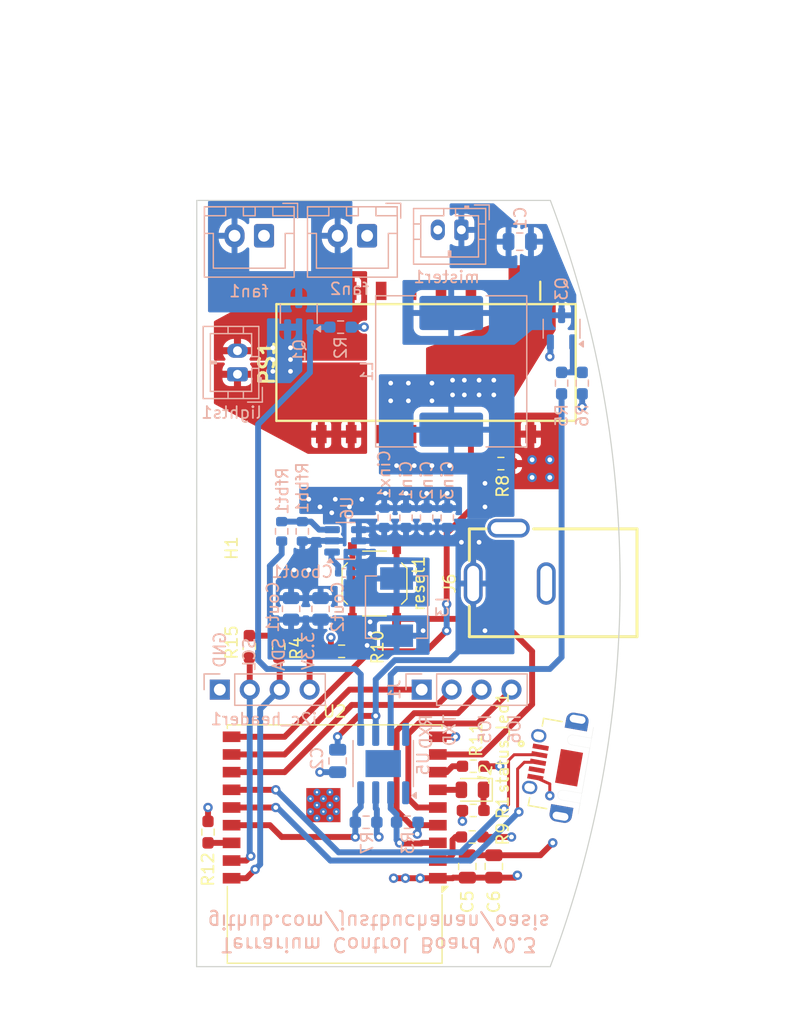
<source format=kicad_pcb>
(kicad_pcb (version 20241229) (generator "pcbnew") (generator_version "9.0")
  (title_block (title "Terrarium Control Board") (date "2025-03-11") (rev "mar-2025") (company "Justin Buchanan"))
  (layers (0 "F.Cu" signal) (4 "In1.Cu" signal) (6 "In2.Cu" signal) (2 "B.Cu" signal) (13 "F.Paste" user) (15 "B.Paste" user) (5 "F.SilkS" user "F.Silkscreen") (7 "B.SilkS" user "B.Silkscreen") (1 "F.Mask" user) (3 "B.Mask" user) (25 "Edge.Cuts" user))
  (net 0 "")
  (net 1 "GND")
  (net 2 "Net-(status_led1-K)")
  (net 12 "Net-(Q3-D)")
  (net 13 "Net-(mister1-Pin_1)")
  (net 14 "Net-(U6-SW)")
  (net 15 "Net-(U6-CB)")
  (net 16 "Net-(U6-FB)")
  (net 17 "Net-(J1-Pin_4)")
  (net 18 "Net-(Q1-D)")
  (net 19 "/fan1_ctl")
  (net 20 "+3.3V")
  (net 21 "/mist_ctl")
  (net 22 "Net-(Q3-G)")
  (net 23 "+18V")
  (net 24 "/led_ctl")
  (net 25 "/usb_dminus")
  (net 26 "/usb_dplus")
  (net 27 "Net-(R10-Pad2)")
  (net 28 "Net-(J1-Pin_3)")
  (net 29 "Net-(Q1-G)")
  (net 32 "Net-(U2-IO9)")
  (net 33 "/i2c_sda")
  (net 34 "/i2c_scl")
  (net 35 "/RXD")
  (net 36 "/TXD")
  (net 37 "Net-(U2-EN)")
  (net 38 "Net-(U2-IO8)")
  (net 39 "Net-(U2-IO2)")
  (net 40 "Net-(U2-IO7)")
  (net 41 "/led_N")
  (net 42 "/led_P")
  (net 43 "Net-(U5-OUTA)")
  (footprint "Capacitor_SMD:C_0805_2012Metric" (layer "F.Cu") (at 105 124 90)
    (property "Reference" "C5")
    (property "Value" "10uF")
  )
  (footprint "Resistor_SMD:R_0603_1608Metric_Pad0.98x0.95mm_HandSolder" (layer "F.Cu") (at 86.5 105.3375 -90)
    (property "Reference" "R15")
    (property "Value" "4.7k")
  )
  (footprint "Capacitor_SMD:C_0805_2012Metric" (layer "F.Cu") (at 107.25 124 90)
    (property "Reference" "C6")
    (property "Value" ".1uF")
  )
  (footprint "Resistor_SMD:R_0603_1608Metric_Pad0.98x0.95mm_HandSolder" (layer "F.Cu") (at 89 105.3375 -90)
    (property "Reference" "R4")
    (property "Value" "4.7k")
  )
  (footprint "LDD-700LS-SOP254P1280X930-16N:LDD-700LS-SOP254P1280X930-16N" (layer "F.Cu") (at 101.5 81.25 -90)
    (property "Reference" "PS1")
    (property "Value" "LDD-700LS" (hide yes))
  )
  (footprint "RF_Module:ESP32-C3-WROOM-02" (layer "F.Cu") (at 93.75 119 180)
    (property "Reference" "U2")
    (property "Value" "ESP32-C3-WROOM-02")
  )
  (footprint "Resistor_SMD:R_0603_1608Metric_Pad0.98x0.95mm_HandSolder" (layer "F.Cu") (at 94.3375 105.75)
    (property "Reference" "R10")
    (property "Value" "10k")
  )
  (footprint "Resistor_SMD:R_0603_1608Metric_Pad0.98x0.95mm_HandSolder" (layer "F.Cu") (at 105.4125 121.5 180)
    (property "Reference" "R9")
    (property "Value" "10k" (hide yes))
  )
  (footprint "Resistor_SMD:R_0603_1608Metric_Pad0.98x0.95mm_HandSolder" (layer "F.Cu") (at 107.85 89.825)
    (property "Reference" "R8")
    (property "Value" "10k")
  )
  (footprint "Resistor_SMD:R_0603_1608Metric_Pad0.98x0.95mm_HandSolder" (layer "F.Cu") (at 105.5 115.5 180)
    (property "Reference" "R11")
    (property "Value" "10k")
  )
  (footprint "LED_SMD:LED_0805_2012Metric" (layer "F.Cu") (at 105.4375 117.5 180)
    (property "Reference" "status_led1")
    (property "Value" "LED")
  )
  (footprint "Button_Switch_SMD:SW_Push_1P1T_XKB_TS-1187A" (layer "F.Cu") (at 97.125 100 -90)
    (property "Reference" "reset1")
    (property "Value" "SW_Push")
  )
  (footprint "MountingHole:MountingHole_3.2mm_M3" (layer "F.Cu") (at 85 100)
    (property "Reference" "H1")
    (property "Value" "MountingHole")
  )
  (footprint "lib:MOLEX_47590-0001" (layer "F.Cu") (at 113.633 115.628 80)
    (property "Reference" "J2")
    (property "Value" "USB_B_Micro")
    (fp_line (start -1.95 -0.125) (end -1.95 1.45) (stroke (width 0.01)) (layer "Edge.Cuts"))
    (fp_line (start 2.8 -0.125) (end 2.8 1.45) (stroke (width 0.01)) (layer "Edge.Cuts"))
    (fp_line (start -3.75 1.45) (end -2.8 1.45) (stroke (width 0.01)) (layer "Edge.Cuts"))
    (fp_line (start -2.8 1.45) (end -2.8 -0.125) (stroke (width 0.01)) (layer "Edge.Cuts"))
    (fp_line (start -1.95 1.45) (end 1.95 1.45) (stroke (width 0.01)) (layer "Edge.Cuts"))
    (fp_line (start 1.95 1.45) (end 1.95 -0.125) (stroke (width 0.01)) (layer "Edge.Cuts"))
    (fp_line (start 2.8 1.45) (end 3.75 1.45) (stroke (width 0.01)) (layer "Edge.Cuts"))
    (fp_line (start 3.75 1.45) (end -3.75 1.45) (stroke (width 0.01)) (layer "Edge.Cuts"))
    (fp_arc (start -2.375 -0.55) (mid -2.074479 -0.425521) (end -1.95 -0.125) (stroke (width 0.01)) (layer "Edge.Cuts"))
    (fp_arc (start -2.8 -0.125) (mid -2.675521 -0.42552) (end -2.375 -0.55) (stroke (width 0.01)) (layer "Edge.Cuts"))
    (fp_arc (start 2.375 -0.55) (mid 2.67552 -0.42552) (end 2.8 -0.125) (stroke (width 0.01)) (layer "Edge.Cuts"))
    (fp_arc (start 1.95 -0.125) (mid 2.074479 -0.42552) (end 2.375 -0.55) (stroke (width 0.01)) (layer "Edge.Cuts"))
  )
  (footprint "lib:DC-IN-TH_XDJK-0051-025_JLC_C7498153" (layer "F.Cu") (at 108.6 97.65 180)
    (property "Reference" "J6")
    (property "Value" "Barrel_Jack_MountingPin")
  )
  (footprint "Resistor_SMD:R_0603_1608Metric_Pad0.98x0.95mm_HandSolder" (layer "F.Cu") (at 83 121.0875 90)
    (property "Reference" "R12")
    (property "Value" "10k" (hide yes))
  )
  (footprint "Resistor_SMD:R_0603_1608Metric_Pad0.98x0.95mm_HandSolder" (layer "F.Cu") (at 105.5 119.25)
    (property "Reference" "R1")
    (property "Value" "470")
  )
  (footprint "Capacitor_SMD:C_0805_2012Metric" (layer "B.Cu") (at 94 115.05 -90)
    (property "Reference" "C2")
    (property "Value" ".1uF")
  )
  (footprint "Package_TO_SOT_SMD:SOT-23-6" (layer "B.Cu") (at 94.662501 96.379999)
    (property "Reference" "U6")
    (property "Value" "LMR54406DBVR")
  )
  (footprint "Resistor_SMD:R_0603_1608Metric_Pad0.98x0.95mm_HandSolder" (layer "B.Cu") (at 113 83 90)
    (property "Reference" "R6")
    (property "Value" "10")
  )
  (footprint "Resistor_SMD:R_0603_1608Metric" (layer "B.Cu") (at 97.950003 94.424998 90)
    (property "Reference" "Cinx1")
    (property "Value" "100nF")
  )
  (footprint "lib:SOT-23-3-pinswapped-mosfet" (layer "B.Cu") (at 90.7 77.1125 90)
    (property "Reference" "Q1")
    (property "Value" "Q_NMOS_GDS")
  )
  (footprint "Resistor_SMD:R_0603_1608Metric" (layer "B.Cu") (at 89.25 95.575 90)
    (property "Reference" "Rfbt1")
    (property "Value" "69.8k")
  )
  (footprint "Resistor_SMD:R_0805_2012Metric" (layer "B.Cu") (at 92.550001 102.15 90)
    (property "Reference" "Cout2")
    (property "Value" "10uF")
  )
  (footprint "Connector_JST:JST_XH_B2B-XH-A_1x02_P2.50mm_Vertical" (layer "B.Cu") (at 96.5 70.5 180)
    (property "Reference" "fan2")
    (property "Value" "Conn_01x02")
  )
  (footprint "Package_SO:SOIC-8-1EP_3.9x4.9mm_P1.27mm_EP2.29x3mm" (layer "B.Cu") (at 97.865 115.275 90)
    (property "Reference" "U5")
    (property "Value" "IX4427N")
  )
  (footprint "Resistor_SMD:R_0603_1608Metric" (layer "B.Cu") (at 103.300001 94.424999 90)
    (property "Reference" "Cin3")
    (property "Value" "1uF")
  )
  (footprint "Connector_PinHeader_2.54mm:PinHeader_1x04_P2.54mm_Vertical" (layer "B.Cu") (at 101.13 109 -90)
    (property "Reference" "J1")
    (property "Value" "Conn_01x04")
  )
  (footprint "Resistor_SMD:R_0603_1608Metric" (layer "B.Cu") (at 91 95.575 -90)
    (property "Reference" "Rfbb1")
    (property "Value" "22.1k")
  )
  (footprint "Resistor_SMD:R_0603_1608Metric_Pad0.98x0.95mm_HandSolder" (layer "B.Cu") (at 96.4125 120.25)
    (property "Reference" "R7")
    (property "Value" "10k")
  )
  (footprint "Connector_PinHeader_2.54mm:PinHeader_1x04_P2.54mm_Vertical" (layer "B.Cu") (at 84 109 -90)
    (property "Reference" "i2c_header1")
    (property "Value" "Conn_01x04")
  )
  (footprint "Inductor_SMD:L_SXN_SMDRI127" (layer "B.Cu") (at 103.6375 82 -90)
    (property "Reference" "L1")
    (property "Value" "330uH")
  )
  (footprint "Capacitor_SMD:C_0402_1005Metric" (layer "B.Cu") (at 94.530001 99.099999 180)
    (property "Reference" "Cboot1")
    (property "Value" "100nF")
  )
  (footprint "Connector_JST:JST_XH_B2B-XH-A_1x02_P2.50mm_Vertical" (layer "B.Cu") (at 87.75 70.5 180)
    (property "Reference" "fan1")
    (property "Value" "Conn_01x02")
  )
  (footprint "Resistor_SMD:R_0603_1608Metric" (layer "B.Cu") (at 99.800001 94.424998 90)
    (property "Reference" "Cin1")
    (property "Value" "1uF")
  )
  (footprint "Resistor_SMD:R_0603_1608Metric_Pad0.98x0.95mm_HandSolder" (layer "B.Cu") (at 114.75 83 -90)
    (property "Reference" "R5")
    (property "Value" "10k")
  )
  (footprint "lib:SOT-23-3-pinswapped-mosfet" (layer "B.Cu") (at 113 78.3875 90)
    (property "Reference" "Q3")
    (property "Value" "Q_NMOS_GDS")
  )
  (footprint "Inductor_SMD:L_Vishay_IHLP-2020" (layer "B.Cu") (at 99 102 -90)
    (property "Reference" "L3")
    (property "Value" "10uH")
  )
  (footprint "Resistor_SMD:R_0603_1608Metric_Pad0.98x0.95mm_HandSolder" (layer "B.Cu") (at 99.9125 120.25)
    (property "Reference" "R3")
    (property "Value" "10k")
  )
  (footprint "Capacitor_SMD:C_0805_2012Metric" (layer "B.Cu") (at 109.45 71 180)
    (property "Reference" "C1")
    (property "Value" ".1uF")
  )
  (footprint "Resistor_SMD:R_0603_1608Metric" (layer "B.Cu") (at 101.550001 94.424998 90)
    (property "Reference" "Cin2")
    (property "Value" "1uF")
  )
  (footprint "Connector_JST:JST_PH_B2B-PH-K_1x02_P2.00mm_Vertical" (layer "B.Cu") (at 104.5 70 180)
    (property "Reference" "mister1")
    (property "Value" "Conn_01x02" (hide yes))
  )
  (footprint "Resistor_SMD:R_0603_1608Metric_Pad0.98x0.95mm_HandSolder" (layer "B.Cu") (at 94.25 78.25)
    (property "Reference" "R2")
    (property "Value" "10k")
  )
  (footprint "Connector_JST:JST_PH_B2B-PH-K_1x02_P2.00mm_Vertical" (layer "B.Cu") (at 85.5 82.25 90)
    (property "Reference" "lights1")
    (property "Value" "Conn_01x02")
  )
  (footprint "Resistor_SMD:R_0805_2012Metric" (layer "B.Cu") (at 90.050001 102.15 90)
    (property "Reference" "Cout1")
    (property "Value" "10uF")
  )
  (gr_line (start 112.046 67.5) (end 82.046 67.5) (stroke (width 0.1)) (layer "Edge.Cuts"))
  (gr_line (start 112.034 132.499991) (end 82.034 132.499991) (stroke (width 0.1)) (layer "Edge.Cuts"))
  (gr_line (start 82.034 132.499991) (end 82.046 67.5) (stroke (width 0.1)) (layer "Edge.Cuts"))
  (gr_arc (start 112.046 67.5) (mid 117.966 100) (end 112.034 132.5) (stroke (width 0.1)) (layer "Edge.Cuts"))
  (gr_text "IO6" (at 109 111 90) (layer "B.SilkS") (effects (font (size 1 1)) (justify left mirror)))
  (gr_text "3.3V" (at 91.5 104 90) (layer "B.SilkS") (effects (font (size 1 1)) (justify left mirror)))
  (gr_text "SDA" (at 89 104.5 90) (layer "B.SilkS") (effects (font (size 1 1)) (justify left mirror)))
  (gr_text "Terrarium Control Board v0.3\ngithub.com/justbuchanan/oasis" (at 97.5 128 180) (layer "B.SilkS") (effects (font (size 1.2 1.2) (thickness 0.18)) (justify bottom mirror)))
  (gr_text "TXD" (at 103.5 111 90) (layer "B.SilkS") (effects (font (size 1 1)) (justify left mirror)))
  (gr_text "SCL" (at 86.5 104.5 90) (layer "B.SilkS") (effects (font (size 1 1)) (justify left mirror)))
  (gr_text "RXD" (at 101.5 111 90) (layer "B.SilkS") (effects (font (size 1 1)) (justify left mirror)))
  (gr_text "GND" (at 84 104 90) (layer "B.SilkS") (effects (font (size 1 1)) (justify left mirror)))
  (gr_text "IO5" (at 106.5 111 90) (layer "B.SilkS") (effects (font (size 1 1)) (justify left mirror)))
  (segment (start 93.425 105.75) (end 93.425 104.575) (width 0.5) (layer "F.Cu") (net 1))
  (segment (start 105 123.05) (end 107.25 123.05) (width 0.5) (layer "F.Cu") (net 1))
  (segment (start 104.5875 119.25) (end 104.5875 120.1625) (width 0.5) (layer "F.Cu") (net 1))
  (segment (start 112 117) (end 110.772897 116.443741) (width 0.25) (layer "F.Cu") (net 1))
  (segment (start 111.2 123.05) (end 112.25 122) (width 0.5) (layer "F.Cu") (net 1))
  (segment (start 102.5 113) (end 104 113) (width 0.5) (layer "F.Cu") (net 1))
  (segment (start 107.25 123.05) (end 111.2 123.05) (width 0.5) (layer "F.Cu") (net 1))
  (segment (start 112 118) (end 112 117) (width 0.25) (layer "F.Cu") (net 1))
  (via (at 103.300001 92.349999) (size 0.8) (drill 0.4) (layers "F.Cu" "B.Cu") (net 1))
  (via (at 100.75 121.25) (size 0.8) (drill 0.4) (layers "F.Cu" "B.Cu") (net 1))
  (via (at 90 80) (size 0.8) (drill 0.4) (layers "F.Cu" "B.Cu") (net 1))
  (via (at 99.800001 92.349999) (size 0.8) (drill 0.4) (layers "F.Cu" "B.Cu") (net 1))
  (via (at 110.5 89.5) (size 0.8) (drill 0.4) (layers "F.Cu" "B.Cu") (net 1))
  (via (at 91.550001 98.849999) (size 0.8) (drill 0.4) (layers "F.Cu" "B.Cu") (net 1))
  (via (at 88.5 81) (size 0.8) (drill 0.4) (layers "F.Cu" "B.Cu") (net 1))
  (via (at 112 118) (size 0.8) (drill 0.4) (layers "F.Cu" "B.Cu") (net 1))
  (via (at 96.050001 92.849999) (size 0.8) (drill 0.4) (layers "F.Cu" "B.Cu") (net 1))
  (via (at 90 82) (size 0.8) (drill 0.4) (layers "F.Cu" "B.Cu") (net 1))
  (via (at 112 89.5) (size 0.8) (drill 0.4) (layers "F.Cu" "B.Cu") (net 1))
  (via (at 90 81) (size 0.8) (drill 0.4) (layers "F.Cu" "B.Cu") (net 1))
  (via (at 95 93.5) (size 0.8) (drill 0.4) (layers "F.Cu" "B.Cu") (net 1))
  (via (at 104 113) (size 0.8) (drill 0.4) (layers "F.Cu" "B.Cu") (net 1))
  (via (at 93.800001 92.849999) (size 0.8) (drill 0.4) (layers "F.Cu" "B.Cu") (net 1))
  (via (at 97.5 121.5) (size 0.8) (drill 0.4) (layers "F.Cu" "B.Cu") (net 1))
  (via (at 93.425 104.575) (size 0.8) (drill 0.4) (layers "F.Cu" "B.Cu") (net 1))
  (via (at 101.550001 92.349999) (size 0.8) (drill 0.4) (layers "F.Cu" "B.Cu") (net 1))
  (via (at 98.050001 92.349999) (size 0.8) (drill 0.4) (layers "F.Cu" "B.Cu") (net 1))
  (via (at 92.5 93.5) (size 0.8) (drill 0.4) (layers "F.Cu" "B.Cu") (net 1))
  (via (at 88.5 82) (size 0.8) (drill 0.4) (layers "F.Cu" "B.Cu") (net 1))
  (via (at 88.5 80) (size 0.8) (drill 0.4) (layers "F.Cu" "B.Cu") (net 1))
  (via (at 92.5 116) (size 0.8) (drill 0.4) (layers "F.Cu" "B.Cu") (net 1))
  (via (at 112 91) (size 0.8) (drill 0.4) (layers "F.Cu" "B.Cu") (net 1))
  (via (at 112.25 122) (size 0.8) (drill 0.4) (layers "F.Cu" "B.Cu") (net 1))
  (via (at 90.300001 98.849999) (size 0.8) (drill 0.4) (layers "F.Cu" "B.Cu") (net 1))
  (via (at 91.550001 92.849999) (size 0.8) (drill 0.4) (layers "F.Cu" "B.Cu") (net 1))
  (via (at 114.75 85) (size 0.8) (drill 0.4) (layers "F.Cu" "B.Cu") (net 1))
  (via (at 112 80.75) (size 0.8) (drill 0.4) (layers "F.Cu" "B.Cu") (net 1))
  (via (at 96.25 78.25) (size 0.8) (drill 0.4) (layers "F.Cu" "B.Cu") (net 1))
  (via (at 93.5 94) (size 0.8) (drill 0.4) (layers "F.Cu" "B.Cu") (net 1))
  (via (at 104.5875 120.1625) (size 0.8) (drill 0.4) (layers "F.Cu" "B.Cu") (net 1))
  (via (at 110.5 91) (size 0.8) (drill 0.4) (layers "F.Cu" "B.Cu") (net 1))
  (segment (start 97.325 120.25) (end 97.325 121.325) (width 0.5) (layer "B.Cu") (net 1))
  (segment (start 112.05 79.525) (end 112.05 80.7) (width 0.5) (layer "B.Cu") (net 1))
  (segment (start 100.825 121.175) (end 100.825 120.25) (width 0.5) (layer "B.Cu") (net 1))
  (segment (start 100.75 121.25) (end 100.825 121.175) (width 0.5) (layer "B.Cu") (net 1))
  (segment (start 97.325 119.1625) (end 97.325 120.25) (width 0.5) (layer "B.Cu") (net 1))
  (segment (start 95.1625 78.25) (end 96.25 78.25) (width 0.5) (layer "B.Cu") (net 1))
  (segment (start 97.325 121.325) (end 97.5 121.5) (width 0.5) (layer "B.Cu") (net 1))
  (segment (start 97.23 117.75) (end 97.23 119.0675) (width 0.5) (layer "B.Cu") (net 1))
  (segment (start 114.75 85) (end 114.75 83.9125) (width 0.5) (layer "B.Cu") (net 1))
  (segment (start 94 116) (end 92.5 116) (width 0.5) (layer "B.Cu") (net 1))
  (segment (start 112.05 80.7) (end 112 80.75) (width 0.5) (layer "B.Cu") (net 1))
  (segment (start 97.23 119.0675) (end 97.325 119.1625) (width 0.5) (layer "B.Cu") (net 1))
  (segment (start 106.375 117.5) (end 106.375 119.2125) (width 0.5) (layer "F.Cu") (net 2))
  (segment (start 106.375 119.2125) (end 106.4125 119.25) (width 0.5) (layer "F.Cu") (net 2))
  (segment (start 94.050001 99.099999) (end 94.050001 98.5) (width 0.5) (layer "B.Cu") (net 15))
  (segment (start 93.475 97.429999) (end 93.475 97.924999) (width 0.5) (layer "B.Cu") (net 15))
  (segment (start 94.050001 98.5) (end 93.475 97.924999) (width 0.5) (layer "B.Cu") (net 15))
  (segment (start 92.429999 95.429999) (end 93.525001 95.429999) (width 0.5) (layer "B.Cu") (net 16))
  (segment (start 91.75 94.75) (end 92.429999 95.429999) (width 0.5) (layer "B.Cu") (net 16))
  (segment (start 91 94.75) (end 91.75 94.75) (width 0.5) (layer "B.Cu") (net 16))
  (segment (start 91 94.75) (end 89.25 94.75) (width 0.5) (layer "B.Cu") (net 16))
  (segment (start 105.878 111.872) (end 100.878 111.872) (width 0.5) (layer "F.Cu") (net 17))
  (segment (start 100.75 119) (end 102.5 119) (width 0.5) (layer "F.Cu") (net 17))
  (segment (start 100.878 111.872) (end 100 112.75) (width 0.5) (layer "F.Cu") (net 17))
  (segment (start 100 118.25) (end 100.75 119) (width 0.5) (layer "F.Cu") (net 17))
  (segment (start 100 112.75) (end 100 118.25) (width 0.5) (layer "F.Cu") (net 17))
  (segment (start 108.75 109) (end 105.878 111.872) (width 0.5) (layer "F.Cu") (net 17))
  (segment (start 99.301 122.051) (end 101.081786 122.051) (width 0.5) (layer "F.Cu") (net 19))
  (segment (start 101.081786 122.051) (end 101.132786 122) (width 0.5) (layer "F.Cu") (net 19))
  (segment (start 99.25 122) (end 99.301 122.051) (width 0.5) (layer "F.Cu") (net 19))
  (segment (start 101.132786 122) (end 102.5 122) (width 0.5) (layer "F.Cu") (net 19))
  (via (at 99.25 122) (size 0.8) (drill 0.4) (layers "F.Cu" "B.Cu") (net 19))
  (segment (start 98.5 119.0875) (end 99 119.5875) (width 0.5) (layer "B.Cu") (net 19))
  (segment (start 99.25 122) (end 99 121.75) (width 0.5) (layer "B.Cu") (net 19))
  (segment (start 99 121.75) (end 99 120.25) (width 0.5) (layer "B.Cu") (net 19))
  (segment (start 99 119.5875) (end 99 120.25) (width 0.5) (layer "B.Cu") (net 19))
  (segment (start 98.5 117.75) (end 98.5 119.0875) (width 0.5) (layer "B.Cu") (net 19))
  (segment (start 106.4125 115.5) (end 107.75 115.5) (width 0.5) (layer "F.Cu") (net 20))
  (segment (start 101 125) (end 99.75 125) (width 0.5) (layer "F.Cu") (net 20))
  (segment (start 91.62 105.12) (end 90.925 104.425) (width 0.5) (layer "F.Cu") (net 20))
  (segment (start 105 124.95) (end 107.25 124.95) (width 0.5) (layer "F.Cu") (net 20))
  (segment (start 99.75 125) (end 98.75 125) (width 0.5) (layer "F.Cu") (net 20))
  (segment (start 103.75 125) (end 103.8 124.95) (width 0.5) (layer "F.Cu") (net 20))
  (segment (start 107.25 124.95) (end 109.05 124.95) (width 0.5) (layer "F.Cu") (net 20))
  (segment (start 102.75 125) (end 102.8 124.95) (width 0.5) (layer "F.Cu") (net 20))
  (segment (start 102.5 125) (end 103.75 125) (width 0.5) (layer "F.Cu") (net 20))
  (segment (start 83 120.175) (end 83 119) (width 0.5) (layer "F.Cu") (net 20))
  (segment (start 102.5 125) (end 101 125) (width 0.5) (layer "F.Cu") (net 20))
  (segment (start 90.925 104.425) (end 89 104.425) (width 0.5) (layer "F.Cu") (net 20))
  (segment (start 109.05 124.95) (end 109.25 124.75) (width 0.5) (layer "F.Cu") (net 20))
  (segment (start 102.5 125) (end 102.75 125) (width 0.5) (layer "F.Cu") (net 20))
  (segment (start 106.325 121.5) (end 108.75 121.5) (width 0.5) (layer "F.Cu") (net 20))
  (segment (start 103.8 124.95) (end 105 124.95) (width 0.5) (layer "F.Cu") (net 20))
  (segment (start 91.62 109) (end 91.62 105.12) (width 0.5) (layer "F.Cu") (net 20))
  (segment (start 86.5 104.425) (end 89 104.425) (width 0.5) (layer "F.Cu") (net 20))
  (via (at 83 119) (size 0.8) (drill 0.4) (layers "F.Cu" "B.Cu") (net 20))
  (via (at 96.75 103.25) (size 0.8) (drill 0.4) (layers "F.Cu" "B.Cu") (net 20))
  (via (at 98.75 125) (size 0.8) (drill 0.4) (layers "F.Cu" "B.Cu") (net 20))
  (via (at 96.5 105.25) (size 0.8) (drill 0.4) (layers "F.Cu" "B.Cu") (net 20))
  (via (at 99.75 125) (size 0.8) (drill 0.4) (layers "F.Cu" "B.Cu") (net 20))
  (via (at 107.75 115.5) (size 0.8) (drill 0.4) (layers "F.Cu" "B.Cu") (net 20))
  (via (at 96.75 104.25) (size 0.8) (drill 0.4) (layers "F.Cu" "B.Cu") (net 20))
  (via (at 101.25 104) (size 0.8) (drill 0.4) (layers "F.Cu" "B.Cu") (net 20))
  (via (at 109.25 124.75) (size 0.8) (drill 0.4) (layers "F.Cu" "B.Cu") (net 20))
  (via (at 108.75 121.5) (size 0.8) (drill 0.4) (layers "F.Cu" "B.Cu") (net 20))
  (via (at 101 125) (size 0.8) (drill 0.4) (layers "F.Cu" "B.Cu") (net 20))
  (segment (start 89.25 97.5) (end 89.25 96.6) (width 0.5) (layer "B.Cu") (net 20))
  (segment (start 88.5 102.95) (end 88.25 102.7) (width 0.5) (layer "B.Cu") (net 20))
  (segment (start 88.25 98.5) (end 89.25 97.5) (width 0.5) (layer "B.Cu") (net 20))
  (segment (start 88.25 102.7) (end 88.25 98.5) (width 0.5) (layer "B.Cu") (net 20))
  (segment (start 85 120.5) (end 88.25 120.5) (width 0.5) (layer "F.Cu") (net 21))
  (segment (start 95.5 121.5) (end 89.25 121.5) (width 0.5) (layer "F.Cu") (net 21))
  (segment (start 89.25 121.5) (end 88.25 120.5) (width 0.5) (layer "F.Cu") (net 21))
  (via (at 95.5 121.5) (size 0.8) (drill 0.4) (layers "F.Cu" "B.Cu") (net 21))
  (segment (start 95.96 117.75) (end 95.96 118.9525) (width 0.5) (layer "B.Cu") (net 21))
  (segment (start 95.96 118.9525) (end 95.5 119.4125) (width 0.5) (layer "B.Cu") (net 21))
  (segment (start 95.5 121.5) (end 95.5 120.25) (width 0.5) (layer "B.Cu") (net 21))
  (segment (start 95.5 119.4125) (end 95.5 120.25) (width 0.5) (layer "B.Cu") (net 21))
  (segment (start 113.95 79.525) (end 113.95 81.8875) (width 0.5) (layer "B.Cu") (net 22))
  (segment (start 113 82.0875) (end 113.75 82.0875) (width 0.5) (layer "B.Cu") (net 22))
  (segment (start 113.75 82.0875) (end 114.75 82.0875) (width 0.5) (layer "B.Cu") (net 22))
  (segment (start 113.95 81.8875) (end 113.75 82.0875) (width 0.5) (layer "B.Cu") (net 22))
  (segment (start 94 113) (end 95.77 111.23) (width 0.5) (layer "F.Cu") (net 23))
  (segment (start 95.77 111.23) (end 97.23 111.23) (width 0.5) (layer "F.Cu") (net 23))
  (via (at 106.5 104) (size 0.8) (drill 0.4) (layers "F.Cu" "B.Cu") (net 23))
  (via (at 106 82.75) (size 0.8) (drill 0.4) (layers "F.Cu" "B.Cu") (net 23))
  (via (at 107.25 84) (size 0.8) (drill 0.4) (layers "F.Cu" "B.Cu") (net 23))
  (via (at 97.23 111.23) (size 0.8) (drill 0.4) (layers "F.Cu" "B.Cu") (net 23))
  (via (at 98.5 84.5) (size 0.8) (drill 0.4) (layers "F.Cu" "B.Cu") (net 23))
  (via (at 94 113) (size 0.8) (drill 0.4) (layers "F.Cu" "B.Cu") (net 23))
  (via (at 100.5 90) (size 0.8) (drill 0.4) (layers "F.Cu" "B.Cu") (net 23))
  (via (at 100 83) (size 0.8) (drill 0.4) (layers "F.Cu" "B.Cu") (net 23))
  (via (at 102 84.5) (size 0.8) (drill 0.4) (layers "F.Cu" "B.Cu") (net 23))
  (via (at 107.25 82.75) (size 0.8) (drill 0.4) (layers "F.Cu" "B.Cu") (net 23))
  (via (at 99 90) (size 0.8) (drill 0.4) (layers "F.Cu" "B.Cu") (net 23))
  (via (at 106 96.5) (size 0.8) (drill 0.4) (layers "F.Cu" "B.Cu") (net 23))
  (via (at 103.75 82.75) (size 0.8) (drill 0.4) (layers "F.Cu" "B.Cu") (net 23))
  (via (at 106.5 91.5) (size 0.8) (drill 0.4) (layers "F.Cu" "B.Cu") (net 23))
  (via (at 103.75 84) (size 0.8) (drill 0.4) (layers "F.Cu" "B.Cu") (net 23))
  (via (at 106.5 93.5) (size 0.8) (drill 0.4) (layers "F.Cu" "B.Cu") (net 23))
  (via (at 98.5 83) (size 0.8) (drill 0.4) (layers "F.Cu" "B.Cu") (net 23))
  (via (at 104.5 96.5) (size 0.8) (drill 0.4) (layers "F.Cu" "B.Cu") (net 23))
  (via (at 104.75 82.75) (size 0.8) (drill 0.4) (layers "F.Cu" "B.Cu") (net 23))
  (via (at 103.5 90) (size 0.8) (drill 0.4) (layers "F.Cu" "B.Cu") (net 23))
  (via (at 100 84.5) (size 0.8) (drill 0.4) (layers "F.Cu" "B.Cu") (net 23))
  (via (at 102 90) (size 0.8) (drill 0.4) (layers "F.Cu" "B.Cu") (net 23))
  (via (at 102 83) (size 0.8) (drill 0.4) (layers "F.Cu" "B.Cu") (net 23))
  (via (at 104.75 84) (size 0.8) (drill 0.4) (layers "F.Cu" "B.Cu") (net 23))
  (via (at 106 84) (size 0.8) (drill 0.4) (layers "F.Cu" "B.Cu") (net 23))
  (segment (start 97.23 111.23) (end 97.23 108.131874) (width 0.5) (layer "B.Cu") (net 23))
  (segment (start 104.5 105.5) (end 105.5 104.5) (width 0.5) (layer "B.Cu") (net 23))
  (segment (start 94 114.1) (end 94 113) (width 0.5) (layer "B.Cu") (net 23))
  (segment (start 97.23 112.8) (end 97.23 111.23) (width 0.5) (layer "B.Cu") (net 23))
  (segment (start 98.861874 106.5) (end 103.5 106.5) (width 0.5) (layer "B.Cu") (net 23))
  (segment (start 105.5 104.5) (end 105.5 100) (width 0.5) (layer "B.Cu") (net 23))
  (segment (start 97.23 108.131874) (end 98.861874 106.5) (width 0.5) (layer "B.Cu") (net 23))
  (segment (start 103.5 106.5) (end 104.5 105.5) (width 0.5) (layer "B.Cu") (net 23))
  (segment (start 101.5 105.75) (end 103.25 104) (width 0.5) (layer "F.Cu") (net 24))
  (segment (start 85 113) (end 89.5 113) (width 0.5) (layer "F.Cu") (net 24))
  (segment (start 103.25 101.75) (end 103.25 95.75) (width 0.5) (layer "F.Cu") (net 24))
  (segment (start 105.31 87.325) (end 105.31 90) (width 0.5) (layer "F.Cu") (net 24))
  (segment (start 105.485 89.825) (end 105.31 90) (width 0.5) (layer "F.Cu") (net 24))
  (segment (start 106.9375 89.825) (end 105.485 89.825) (width 0.5) (layer "F.Cu") (net 24))
  (segment (start 103.25 95.75) (end 104.875 94.125) (width 0.5) (layer "F.Cu") (net 24))
  (segment (start 105.31 93.69) (end 104.875 94.125) (width 0.5) (layer "F.Cu") (net 24))
  (segment (start 89.5 113) (end 96.449 106.051) (width 0.5) (layer "F.Cu") (net 24))
  (segment (start 96.449 106.051) (end 96.831786 106.051) (width 0.5) (layer "F.Cu") (net 24))
  (segment (start 96.831786 106.051) (end 97.132786 105.75) (width 0.5) (layer "F.Cu") (net 24))
  (segment (start 97.132786 105.75) (end 101.5 105.75) (width 0.5) (layer "F.Cu") (net 24))
  (segment (start 105.31 90) (end 105.31 93.69) (width 0.5) (layer "F.Cu") (net 24))
  (via (at 103.25 104) (size 0.8) (drill 0.4) (layers "F.Cu" "B.Cu") (net 24))
  (via (at 103.25 101.75) (size 0.8) (drill 0.4) (layers "F.Cu" "B.Cu") (net 24))
  (segment (start 103.25 104) (end 103.25 101.75) (width 0.5) (layer "B.Cu") (net 24))
  (segment (start 86.5 117.5) (end 88.75 117.5) (width 0.5) (layer "F.Cu") (net 25))
  (segment (start 85 117.5) (end 86.5 117.5) (width 0.5) (layer "F.Cu") (net 25))
  (segment (start 111.111511 114.523366) (end 108.976634 114.523366) (width 0.25) (layer "F.Cu") (net 25))
  (segment (start 108.5 118.75) (end 108.125 119.125) (width 0.25) (layer "F.Cu") (net 25))
  (segment (start 108.5 115) (end 108.5 118.75) (width 0.25) (layer "F.Cu") (net 25))
  (segment (start 108.976634 114.523366) (end 108.5 115) (width 0.25) (layer "F.Cu") (net 25))
  (via (at 88.75 117.5) (size 0.8) (drill 0.4) (layers "F.Cu" "B.Cu") (net 25))
  (via (at 108.125 119.125) (size 0.8) (drill 0.4) (layers "F.Cu" "B.Cu") (net 25))
  (segment (start 104.449 122.801) (end 108.125 119.125) (width 0.5) (layer "B.Cu") (net 25))
  (segment (start 88.777925 117.5) (end 94.078925 122.801) (width 0.5) (layer "B.Cu") (net 25))
  (segment (start 94.078925 122.801) (end 104.449 122.801) (width 0.5) (layer "B.Cu") (net 25))
  (segment (start 109.268029 115.731971) (end 109.268029 119.268029) (width 0.25) (layer "F.Cu") (net 26))
  (segment (start 86.5 119) (end 88.75 119) (width 0.5) (layer "F.Cu") (net 26))
  (segment (start 109.268029 119.268029) (end 109.375 119.375) (width 0.25) (layer "F.Cu") (net 26))
  (segment (start 109.836509 115.163491) (end 109.268029 115.731971) (width 0.25) (layer "F.Cu") (net 26))
  (segment (start 110.998639 115.163491) (end 109.836509 115.163491) (width 0.25) (layer "F.Cu") (net 26))
  (segment (start 85 119) (end 86.5 119) (width 0.5) (layer "F.Cu") (net 26))
  (via (at 88.75 119) (size 0.8) (drill 0.4) (layers "F.Cu" "B.Cu") (net 26))
  (via (at 109.375 119.375) (size 0.8) (drill 0.4) (layers "F.Cu" "B.Cu") (net 26))
  (segment (start 93.382786 123.5) (end 88.882786 119) (width 0.5) (layer "B.Cu") (net 26))
  (segment (start 105.25 123.5) (end 93.382786 123.5) (width 0.5) (layer "B.Cu") (net 26))
  (segment (start 109.375 119.375) (end 105.25 123.5) (width 0.5) (layer "B.Cu") (net 26))
  (segment (start 95.25 97) (end 95.25 103) (width 0.5) (layer "F.Cu") (net 27))
  (segment (start 95.25 105.75) (end 95.25 103) (width 0.5) (layer "F.Cu") (net 27))
  (segment (start 104.21 111) (end 106.21 109) (width 0.5) (layer "F.Cu") (net 28))
  (segment (start 100.418214 120.449) (end 100.367214 120.5) (width 0.5) (layer "F.Cu") (net 28))
  (segment (start 100.25 120.5) (end 99 119.25) (width 0.5) (layer "F.Cu") (net 28))
  (segment (start 101.081786 120.449) (end 100.418214 120.449) (width 0.5) (layer "F.Cu") (net 28))
  (segment (start 101.132786 120.5) (end 101.081786 120.449) (width 0.5) (layer "F.Cu") (net 28))
  (segment (start 99 112.5) (end 100.5 111) (width 0.5) (layer "F.Cu") (net 28))
  (segment (start 102.5 120.5) (end 101.132786 120.5) (width 0.5) (layer "F.Cu") (net 28))
  (segment (start 99 119.25) (end 99 112.5) (width 0.5) (layer "F.Cu") (net 28))
  (segment (start 100.367214 120.5) (end 100.25 120.5) (width 0.5) (layer "F.Cu") (net 28))
  (segment (start 100.5 111) (end 104.21 111) (width 0.5) (layer "F.Cu") (net 28))
  (segment (start 91.5 82.25) (end 90.875 82.875) (width 0.5) (layer "B.Cu") (net 29))
  (segment (start 90.875 82.875) (end 87.25 86.5) (width 0.5) (layer "B.Cu") (net 29))
  (segment (start 87.25 86.5) (end 87.25 106.5) (width 0.5) (layer "B.Cu") (net 29))
  (segment (start 91.65 78.25) (end 91.65 82.1) (width 0.5) (layer "B.Cu") (net 29))
  (segment (start 87.25 106.5) (end 88 107.25) (width 0.5) (layer "B.Cu") (net 29))
  (segment (start 91.65 78.25) (end 93.3375 78.25) (width 0.5) (layer "B.Cu") (net 29))
  (segment (start 95.96 107.71) (end 95.96 112.8) (width 0.5) (layer "B.Cu") (net 29))
  (segment (start 88 107.25) (end 95.5 107.25) (width 0.5) (layer "B.Cu") (net 29))
  (segment (start 95.5 107.25) (end 95.96 107.71) (width 0.5) (layer "B.Cu") (net 29))
  (segment (start 91.65 82.1) (end 90.875 82.875) (width 0.5) (layer "B.Cu") (net 29))
  (segment (start 106.25 114.5) (end 102.5 114.5) (width 0.5) (layer "F.Cu") (net 32))
  (segment (start 107.75 103) (end 110.5 105.75) (width 0.5) (layer "F.Cu") (net 32))
  (segment (start 99 97) (end 99 103) (width 0.5) (layer "F.Cu") (net 32))
  (segment (start 99 103) (end 107.75 103) (width 0.5) (layer "F.Cu") (net 32))
  (segment (start 110.5 110.25) (end 106.25 114.5) (width 0.5) (layer "F.Cu") (net 32))
  (segment (start 110.5 105.75) (end 110.5 110.25) (width 0.5) (layer "F.Cu") (net 32))
  (segment (start 86.25 125) (end 87 124.25) (width 0.5) (layer "F.Cu") (net 33))
  (segment (start 85 125) (end 86.25 125) (width 0.5) (layer "F.Cu") (net 33))
  (segment (start 89.08 106.33) (end 89 106.25) (width 0.5) (layer "F.Cu") (net 33))
  (segment (start 89.08 109) (end 89.08 106.33) (width 0.5) (layer "F.Cu") (net 33))
  (via (at 87 124.25) (size 0.8) (drill 0.4) (layers "F.Cu" "B.Cu") (net 33))
  (segment (start 87.426 110.654) (end 87.426 123.824) (width 0.5) (layer "B.Cu") (net 33))
  (segment (start 89.08 109) (end 87.426 110.654) (width 0.5) (layer "B.Cu") (net 33))
  (segment (start 87.426 123.824) (end 87 124.25) (width 0.5) (layer "B.Cu") (net 33))
  (segment (start 86.54 109) (end 86.54 106.29) (width 0.5) (layer "F.Cu") (net 34))
  (segment (start 85 123.5) (end 86.25 123.5) (width 0.5) (layer "F.Cu") (net 34))
  (segment (start 86.54 106.29) (end 86.5 106.25) (width 0.5) (layer "F.Cu") (net 34))
  (segment (start 86.25 123.5) (end 86.625 123.125) (width 0.5) (layer "F.Cu") (net 34))
  (via (at 86.625 123.125) (size 0.8) (drill 0.4) (layers "F.Cu" "B.Cu") (net 34))
  (segment (start 86.625 123.125) (end 86.54 123.04) (width 0.5) (layer "B.Cu") (net 34))
  (segment (start 86.54 123.04) (end 86.54 109) (width 0.5) (layer "B.Cu") (net 34))
  (segment (start 85 114.5) (end 89.5 114.5) (width 0.5) (layer "F.Cu") (net 35))
  (segment (start 89.5 114.5) (end 95 109) (width 0.5) (layer "F.Cu") (net 35))
  (segment (start 95 109) (end 101.13 109) (width 0.5) (layer "F.Cu") (net 35))
  (segment (start 89.5 116) (end 95.199 110.301) (width 0.5) (layer "F.Cu") (net 36))
  (segment (start 95.199 110.301) (end 102.449 110.301) (width 0.5) (layer "F.Cu") (net 36))
  (segment (start 85 116) (end 89.5 116) (width 0.5) (layer "F.Cu") (net 36))
  (segment (start 102.449 110.301) (end 103.67 109.08) (width 0.5) (layer "F.Cu") (net 36))
  (segment (start 103.67 109.08) (end 103.67 109) (width 0.5) (layer "F.Cu") (net 36))
  (segment (start 102.5 123.5) (end 103.25 123.5) (width 0.5) (layer "F.Cu") (net 37))
  (segment (start 103.25 123.5) (end 103.75 123) (width 0.5) (layer "F.Cu") (net 37))
  (segment (start 104 121.5) (end 104.5 121.5) (width 0.5) (layer "F.Cu") (net 37))
  (segment (start 103.75 121.75) (end 104 121.5) (width 0.5) (layer "F.Cu") (net 37))
  (segment (start 103.75 123) (end 103.75 121.75) (width 0.5) (layer "F.Cu") (net 37))
  (segment (start 103.25 116) (end 103.75 115.5) (width 0.5) (layer "F.Cu") (net 38))
  (segment (start 102.5 116) (end 103.25 116) (width 0.5) (layer "F.Cu") (net 38))
  (segment (start 103.75 115.5) (end 104.5875 115.5) (width 0.5) (layer "F.Cu") (net 38))
  (segment (start 85 122) (end 83 122) (width 0.5) (layer "F.Cu") (net 39))
  (segment (start 102.5 117.5) (end 104.5 117.5) (width 0.5) (layer "F.Cu") (net 40))
  (segment (start 98.5 112.8) (end 98.5 107.75) (width 0.5) (layer "B.Cu") (net 43))
  (segment (start 112 107.25) (end 113 106.25) (width 0.5) (layer "B.Cu") (net 43))
  (segment (start 98.5 107.75) (end 99 107.25) (width 0.5) (layer "B.Cu") (net 43))
  (segment (start 99 107.25) (end 112 107.25) (width 0.5) (layer "B.Cu") (net 43))
  (segment (start 113 106.25) (end 113 83.9125) (width 0.5) (layer "B.Cu") (net 43))
  (zone (net 1) (net_name "GND") (layer "F.Cu") (priority 14) (connect_pads (clearance 0.1)) (min_thickness 0.25) (fill yes (thermal_gap 0.4) (thermal_bridge_width 0.6))
    (polygon (pts (xy 113 85.5) (xy 113 92) (xy 107.5 92) (xy 107.5 88.5) (xy 109 88.5) (xy 109 85.5)))
  )
  (zone (net 41) (net_name "/led_N") (layer "F.Cu") (priority 6) (connect_pads (clearance 0.1)) (min_thickness 0.25) (fill yes (thermal_gap 0.4) (thermal_bridge_width 0.6))
    (polygon (pts (xy 83.5 81.25) (xy 96.5 81.25) (xy 96.5 89) (xy 91.468751 89) (xy 83.5 84.75)))
  )
  (zone (net 23) (net_name "+18V") (layer "F.Cu") (priority 13) (connect_pads (clearance 0.1)) (min_thickness 0.25) (fill yes (thermal_gap 0.4) (thermal_bridge_width 0.6))
    (polygon (pts (xy 108.5 73) (xy 112.5 73) (xy 112.5 78.5) (xy 108.5 85) (xy 101.5 85) (xy 101.5 80) (xy 108.5 77.5)))
  )
  (zone (net 42) (net_name "/led_P") (layer "F.Cu") (priority 1) (connect_pads (clearance 0.1)) (min_thickness 0.25) (fill yes (thermal_gap 0.4) (thermal_bridge_width 0.6))
    (polygon (pts (xy 83.5 81.25) (xy 96.5 81.25) (xy 96.5 73.5) (xy 91.355263 73.5) (xy 83.5 77.75)))
  )
  (zone (net 23) (net_name "+18V") (layer "B.Cu") (name "gnd_swreg") (priority 4) (connect_pads (clearance 0.2)) (min_thickness 0.25) (fill yes (thermal_gap 0.25) (thermal_bridge_width 0.5))
    (polygon (pts (xy 95 96.85) (xy 104 96.849999) (xy 104 106) (xy 109 106) (xy 109 94.5) (xy 105.550001 94.5) (xy 95 94.499998)))
  )
  (zone (net 13) (net_name "Net-(mister1-Pin_1)") (layer "B.Cu") (priority 9) (connect_pads (clearance 0.1)) (min_thickness 0.25) (fill yes (thermal_gap 0.5) (thermal_bridge_width 0.5))
    (polygon (pts (xy 109.25 69.5) (xy 107.25 67.75) (xy 103.5 67.75) (xy 103.5 73.25) (xy 109.25 73.25)))
  )
  (zone (net 1) (net_name "GND") (layer "B.Cu") (priority 15) (connect_pads (clearance 0.1)) (min_thickness 0.25) (fill yes (thermal_gap 0.4) (thermal_bridge_width 0.6))
    (polygon (pts (xy 88 77.5) (xy 88 83) (xy 90 83) (xy 91 82) (xy 91 77.5)))
  )
  (zone (net 18) (net_name "Net-(Q1-D)") (layer "B.Cu") (priority 10) (connect_pads (clearance 0.1)) (min_thickness 0.25) (fill yes (thermal_gap 0.5) (thermal_bridge_width 0.5))
    (polygon (pts (xy 95.25 67.5) (xy 83 67.5) (xy 83 73.5) (xy 86.5 73.5) (xy 86.5 69) (xy 91.75 69) (xy 91.75 73.5) (xy 95.25 73.5)))
  )
  (zone (net 12) (net_name "Net-(Q3-D)") (layer "B.Cu") (priority 8) (connect_pads (clearance 0.1)) (min_thickness 0.25) (fill yes (thermal_gap 0.5) (thermal_bridge_width 0.5))
    (polygon (pts (xy 109.5 69.5) (xy 109.45 73.5) (xy 108.5 74.25) (xy 99.5 74.25) (xy 99.5 79.75) (xy 109 79.75) (xy 110.5 78.5) (xy 114.25 78.5) (xy 114.25 75.5) (xy 111.75 69.5)))
  )
  (zone (net 20) (net_name "+3.3V") (layer "B.Cu") (name "gnd_swreg") (priority 2) (connect_pads (clearance 0.2)) (min_thickness 0.25) (fill yes (thermal_gap 0.275) (thermal_bridge_width 0.5))
    (polygon (pts (xy 88.050001 102.699999) (xy 101.800001 102.699999) (xy 101.800002 106.449999) (xy 88.050001 106.449999)))
  )
  (zone (net 1) (net_name "GND") (layer "B.Cu") (name "gnd_swreg") (priority 3) (connect_pads (clearance 0.1)) (min_thickness 0.25) (fill yes (thermal_gap 0.275) (thermal_bridge_width 0.5))
    (polygon (pts (xy 94.75 96.949999) (xy 94.75 94.949999) (xy 94.75 94.199999) (xy 104.55 94.199999) (xy 104.550001 91.799998) (xy 90.750001 91.799999) (xy 90.750002 94.099999) (xy 92.750001 94.1) (xy 92.750001 95) (xy 93.850001 94.999999) (xy 93.850001 96.049999) (xy 90.25 96.049999) (xy 90.25 97.45) (xy 88.75 99.75) (xy 88.75 102) (xy 94 102) (xy 94 100.199999) (xy 92.350001 100.199999) (xy 92.350003 96.949999)))
  )
  (zone (net 18) (net_name "Net-(Q1-D)") (layer "B.Cu") (priority 11) (connect_pads (clearance 0.1)) (min_thickness 0.25) (fill yes (thermal_gap 0.4) (thermal_bridge_width 0.6))
    (polygon (pts (xy 95.25 73.5) (xy 95.25 77) (xy 83 77) (xy 83 73.5)))
  )
  (zone (net 14) (net_name "Net-(U6-SW)") (layer "B.Cu") (name "gnd_swreg") (priority 5) (connect_pads (clearance 0.2)) (min_thickness 0.25) (fill yes (thermal_gap 0.275) (thermal_bridge_width 0.5))
    (polygon (pts (xy 94.500001 97.049999) (xy 97.25 97.049998) (xy 97.25 97.75) (xy 101.800001 97.8) (xy 101.800001 101.95) (xy 94.5 101.949999)))
  )
  (zone (net 23) (net_name "+18V") (layer "B.Cu") (priority 7) (connect_pads (clearance 0.1)) (min_thickness 0.25) (fill yes (thermal_gap 0.5) (thermal_bridge_width 0.5))
    (polygon (pts (xy 109 94.5) (xy 109 82.25) (xy 97.5 82.25) (xy 97.5 90.75) (xy 105 90.75) (xy 105 94.5)))
  )
)
</source>
